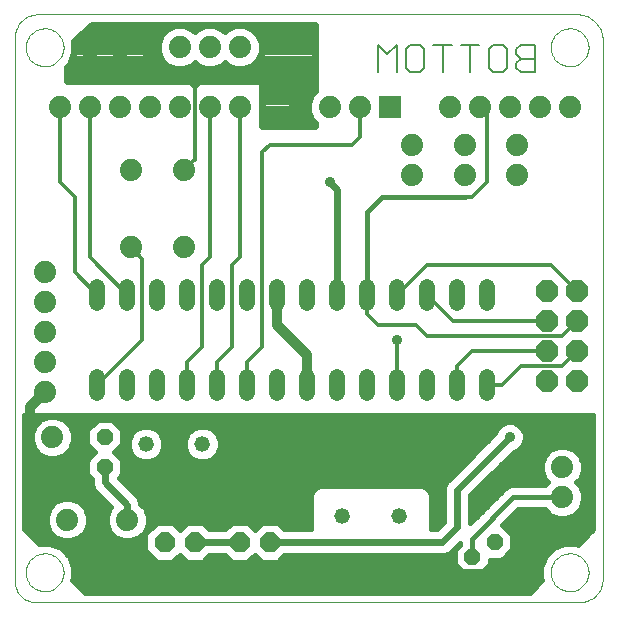
<source format=gbl>
G75*
%MOIN*%
%OFA0B0*%
%FSLAX24Y24*%
%IPPOS*%
%LPD*%
%AMOC8*
5,1,8,0,0,1.08239X$1,22.5*
%
%ADD10C,0.0000*%
%ADD11C,0.0080*%
%ADD12C,0.0520*%
%ADD13C,0.0740*%
%ADD14OC8,0.0520*%
%ADD15C,0.0520*%
%ADD16OC8,0.0740*%
%ADD17R,0.0740X0.0740*%
%ADD18OC8,0.0660*%
%ADD19C,0.0320*%
%ADD20C,0.0240*%
%ADD21C,0.0356*%
%ADD22C,0.0160*%
%ADD23C,0.0120*%
D10*
X000430Y000887D02*
X000430Y018999D01*
X000432Y019055D01*
X000438Y019110D01*
X000448Y019165D01*
X000462Y019219D01*
X000479Y019272D01*
X000501Y019323D01*
X000526Y019373D01*
X000554Y019421D01*
X000586Y019467D01*
X000621Y019510D01*
X000659Y019551D01*
X000700Y019589D01*
X000743Y019624D01*
X000789Y019656D01*
X000837Y019684D01*
X000887Y019709D01*
X000938Y019731D01*
X000991Y019748D01*
X001045Y019762D01*
X001100Y019772D01*
X001155Y019778D01*
X001211Y019780D01*
X019181Y019780D01*
X019237Y019778D01*
X019292Y019773D01*
X019347Y019764D01*
X019401Y019751D01*
X019454Y019735D01*
X019506Y019715D01*
X019557Y019692D01*
X019606Y019666D01*
X019653Y019637D01*
X019698Y019605D01*
X019741Y019569D01*
X019781Y019531D01*
X019819Y019491D01*
X019855Y019448D01*
X019887Y019403D01*
X019916Y019356D01*
X019942Y019307D01*
X019965Y019256D01*
X019985Y019204D01*
X020001Y019151D01*
X020014Y019097D01*
X020023Y019042D01*
X020028Y018987D01*
X020030Y018931D01*
X020030Y000961D01*
X020028Y000905D01*
X020022Y000850D01*
X020012Y000795D01*
X019998Y000741D01*
X019981Y000688D01*
X019959Y000637D01*
X019934Y000587D01*
X019906Y000539D01*
X019874Y000493D01*
X019839Y000450D01*
X019801Y000409D01*
X019760Y000371D01*
X019717Y000336D01*
X019671Y000304D01*
X019623Y000276D01*
X019573Y000251D01*
X019522Y000229D01*
X019469Y000212D01*
X019415Y000198D01*
X019360Y000188D01*
X019305Y000182D01*
X019249Y000180D01*
X001137Y000180D01*
X001087Y000182D01*
X001036Y000187D01*
X000987Y000196D01*
X000938Y000209D01*
X000890Y000225D01*
X000843Y000244D01*
X000798Y000266D01*
X000755Y000292D01*
X000713Y000321D01*
X000674Y000353D01*
X000637Y000387D01*
X000603Y000424D01*
X000571Y000463D01*
X000542Y000505D01*
X000516Y000548D01*
X000494Y000593D01*
X000475Y000640D01*
X000459Y000688D01*
X000446Y000737D01*
X000437Y000786D01*
X000432Y000837D01*
X000430Y000887D01*
X000800Y001180D02*
X000802Y001230D01*
X000808Y001280D01*
X000818Y001329D01*
X000832Y001377D01*
X000849Y001424D01*
X000870Y001469D01*
X000895Y001513D01*
X000923Y001554D01*
X000955Y001593D01*
X000989Y001630D01*
X001026Y001664D01*
X001066Y001694D01*
X001108Y001721D01*
X001152Y001745D01*
X001198Y001766D01*
X001245Y001782D01*
X001293Y001795D01*
X001343Y001804D01*
X001392Y001809D01*
X001443Y001810D01*
X001493Y001807D01*
X001542Y001800D01*
X001591Y001789D01*
X001639Y001774D01*
X001685Y001756D01*
X001730Y001734D01*
X001773Y001708D01*
X001814Y001679D01*
X001853Y001647D01*
X001889Y001612D01*
X001921Y001574D01*
X001951Y001534D01*
X001978Y001491D01*
X002001Y001447D01*
X002020Y001401D01*
X002036Y001353D01*
X002048Y001304D01*
X002056Y001255D01*
X002060Y001205D01*
X002060Y001155D01*
X002056Y001105D01*
X002048Y001056D01*
X002036Y001007D01*
X002020Y000959D01*
X002001Y000913D01*
X001978Y000869D01*
X001951Y000826D01*
X001921Y000786D01*
X001889Y000748D01*
X001853Y000713D01*
X001814Y000681D01*
X001773Y000652D01*
X001730Y000626D01*
X001685Y000604D01*
X001639Y000586D01*
X001591Y000571D01*
X001542Y000560D01*
X001493Y000553D01*
X001443Y000550D01*
X001392Y000551D01*
X001343Y000556D01*
X001293Y000565D01*
X001245Y000578D01*
X001198Y000594D01*
X001152Y000615D01*
X001108Y000639D01*
X001066Y000666D01*
X001026Y000696D01*
X000989Y000730D01*
X000955Y000767D01*
X000923Y000806D01*
X000895Y000847D01*
X000870Y000891D01*
X000849Y000936D01*
X000832Y000983D01*
X000818Y001031D01*
X000808Y001080D01*
X000802Y001130D01*
X000800Y001180D01*
X000800Y018680D02*
X000802Y018730D01*
X000808Y018780D01*
X000818Y018829D01*
X000832Y018877D01*
X000849Y018924D01*
X000870Y018969D01*
X000895Y019013D01*
X000923Y019054D01*
X000955Y019093D01*
X000989Y019130D01*
X001026Y019164D01*
X001066Y019194D01*
X001108Y019221D01*
X001152Y019245D01*
X001198Y019266D01*
X001245Y019282D01*
X001293Y019295D01*
X001343Y019304D01*
X001392Y019309D01*
X001443Y019310D01*
X001493Y019307D01*
X001542Y019300D01*
X001591Y019289D01*
X001639Y019274D01*
X001685Y019256D01*
X001730Y019234D01*
X001773Y019208D01*
X001814Y019179D01*
X001853Y019147D01*
X001889Y019112D01*
X001921Y019074D01*
X001951Y019034D01*
X001978Y018991D01*
X002001Y018947D01*
X002020Y018901D01*
X002036Y018853D01*
X002048Y018804D01*
X002056Y018755D01*
X002060Y018705D01*
X002060Y018655D01*
X002056Y018605D01*
X002048Y018556D01*
X002036Y018507D01*
X002020Y018459D01*
X002001Y018413D01*
X001978Y018369D01*
X001951Y018326D01*
X001921Y018286D01*
X001889Y018248D01*
X001853Y018213D01*
X001814Y018181D01*
X001773Y018152D01*
X001730Y018126D01*
X001685Y018104D01*
X001639Y018086D01*
X001591Y018071D01*
X001542Y018060D01*
X001493Y018053D01*
X001443Y018050D01*
X001392Y018051D01*
X001343Y018056D01*
X001293Y018065D01*
X001245Y018078D01*
X001198Y018094D01*
X001152Y018115D01*
X001108Y018139D01*
X001066Y018166D01*
X001026Y018196D01*
X000989Y018230D01*
X000955Y018267D01*
X000923Y018306D01*
X000895Y018347D01*
X000870Y018391D01*
X000849Y018436D01*
X000832Y018483D01*
X000818Y018531D01*
X000808Y018580D01*
X000802Y018630D01*
X000800Y018680D01*
X018300Y018680D02*
X018302Y018730D01*
X018308Y018780D01*
X018318Y018829D01*
X018332Y018877D01*
X018349Y018924D01*
X018370Y018969D01*
X018395Y019013D01*
X018423Y019054D01*
X018455Y019093D01*
X018489Y019130D01*
X018526Y019164D01*
X018566Y019194D01*
X018608Y019221D01*
X018652Y019245D01*
X018698Y019266D01*
X018745Y019282D01*
X018793Y019295D01*
X018843Y019304D01*
X018892Y019309D01*
X018943Y019310D01*
X018993Y019307D01*
X019042Y019300D01*
X019091Y019289D01*
X019139Y019274D01*
X019185Y019256D01*
X019230Y019234D01*
X019273Y019208D01*
X019314Y019179D01*
X019353Y019147D01*
X019389Y019112D01*
X019421Y019074D01*
X019451Y019034D01*
X019478Y018991D01*
X019501Y018947D01*
X019520Y018901D01*
X019536Y018853D01*
X019548Y018804D01*
X019556Y018755D01*
X019560Y018705D01*
X019560Y018655D01*
X019556Y018605D01*
X019548Y018556D01*
X019536Y018507D01*
X019520Y018459D01*
X019501Y018413D01*
X019478Y018369D01*
X019451Y018326D01*
X019421Y018286D01*
X019389Y018248D01*
X019353Y018213D01*
X019314Y018181D01*
X019273Y018152D01*
X019230Y018126D01*
X019185Y018104D01*
X019139Y018086D01*
X019091Y018071D01*
X019042Y018060D01*
X018993Y018053D01*
X018943Y018050D01*
X018892Y018051D01*
X018843Y018056D01*
X018793Y018065D01*
X018745Y018078D01*
X018698Y018094D01*
X018652Y018115D01*
X018608Y018139D01*
X018566Y018166D01*
X018526Y018196D01*
X018489Y018230D01*
X018455Y018267D01*
X018423Y018306D01*
X018395Y018347D01*
X018370Y018391D01*
X018349Y018436D01*
X018332Y018483D01*
X018318Y018531D01*
X018308Y018580D01*
X018302Y018630D01*
X018300Y018680D01*
X018300Y001180D02*
X018302Y001230D01*
X018308Y001280D01*
X018318Y001329D01*
X018332Y001377D01*
X018349Y001424D01*
X018370Y001469D01*
X018395Y001513D01*
X018423Y001554D01*
X018455Y001593D01*
X018489Y001630D01*
X018526Y001664D01*
X018566Y001694D01*
X018608Y001721D01*
X018652Y001745D01*
X018698Y001766D01*
X018745Y001782D01*
X018793Y001795D01*
X018843Y001804D01*
X018892Y001809D01*
X018943Y001810D01*
X018993Y001807D01*
X019042Y001800D01*
X019091Y001789D01*
X019139Y001774D01*
X019185Y001756D01*
X019230Y001734D01*
X019273Y001708D01*
X019314Y001679D01*
X019353Y001647D01*
X019389Y001612D01*
X019421Y001574D01*
X019451Y001534D01*
X019478Y001491D01*
X019501Y001447D01*
X019520Y001401D01*
X019536Y001353D01*
X019548Y001304D01*
X019556Y001255D01*
X019560Y001205D01*
X019560Y001155D01*
X019556Y001105D01*
X019548Y001056D01*
X019536Y001007D01*
X019520Y000959D01*
X019501Y000913D01*
X019478Y000869D01*
X019451Y000826D01*
X019421Y000786D01*
X019389Y000748D01*
X019353Y000713D01*
X019314Y000681D01*
X019273Y000652D01*
X019230Y000626D01*
X019185Y000604D01*
X019139Y000586D01*
X019091Y000571D01*
X019042Y000560D01*
X018993Y000553D01*
X018943Y000550D01*
X018892Y000551D01*
X018843Y000556D01*
X018793Y000565D01*
X018745Y000578D01*
X018698Y000594D01*
X018652Y000615D01*
X018608Y000639D01*
X018566Y000666D01*
X018526Y000696D01*
X018489Y000730D01*
X018455Y000767D01*
X018423Y000806D01*
X018395Y000847D01*
X018370Y000891D01*
X018349Y000936D01*
X018332Y000983D01*
X018318Y001031D01*
X018308Y001080D01*
X018302Y001130D01*
X018300Y001180D01*
D11*
X017765Y017845D02*
X017305Y017845D01*
X017151Y017998D01*
X017151Y018152D01*
X017305Y018305D01*
X017765Y018305D01*
X017765Y017845D02*
X017765Y018766D01*
X017305Y018766D01*
X017151Y018612D01*
X017151Y018459D01*
X017305Y018305D01*
X016844Y018612D02*
X016844Y017998D01*
X016691Y017845D01*
X016384Y017845D01*
X016230Y017998D01*
X016230Y018612D01*
X016384Y018766D01*
X016691Y018766D01*
X016844Y018612D01*
X015923Y018766D02*
X015310Y018766D01*
X015003Y018766D02*
X014389Y018766D01*
X014696Y018766D02*
X014696Y017845D01*
X014082Y017998D02*
X013928Y017845D01*
X013621Y017845D01*
X013468Y017998D01*
X013468Y018612D01*
X013621Y018766D01*
X013928Y018766D01*
X014082Y018612D01*
X014082Y017998D01*
X013161Y017845D02*
X013161Y018766D01*
X012854Y018459D01*
X012547Y018766D01*
X012547Y017845D01*
X015616Y017845D02*
X015616Y018766D01*
D12*
X015180Y010690D02*
X015180Y010170D01*
X014180Y010170D02*
X014180Y010690D01*
X013180Y010690D02*
X013180Y010170D01*
X012180Y010170D02*
X012180Y010690D01*
X011180Y010690D02*
X011180Y010170D01*
X010180Y010170D02*
X010180Y010690D01*
X009180Y010690D02*
X009180Y010170D01*
X008180Y010170D02*
X008180Y010690D01*
X007180Y010690D02*
X007180Y010170D01*
X006180Y010170D02*
X006180Y010690D01*
X005180Y010690D02*
X005180Y010170D01*
X004180Y010170D02*
X004180Y010690D01*
X003180Y010690D02*
X003180Y010170D01*
X003180Y007690D02*
X003180Y007170D01*
X004180Y007170D02*
X004180Y007690D01*
X005180Y007690D02*
X005180Y007170D01*
X006180Y007170D02*
X006180Y007690D01*
X007180Y007690D02*
X007180Y007170D01*
X008180Y007170D02*
X008180Y007690D01*
X009180Y007690D02*
X009180Y007170D01*
X010180Y007170D02*
X010180Y007690D01*
X011180Y007690D02*
X011180Y007170D01*
X012180Y007170D02*
X012180Y007690D01*
X013180Y007690D02*
X013180Y007170D01*
X014180Y007170D02*
X014180Y007690D01*
X015180Y007690D02*
X015180Y007170D01*
X016180Y007170D02*
X016180Y007690D01*
X016180Y010170D02*
X016180Y010690D01*
D13*
X015430Y014430D03*
X015430Y015430D03*
X014930Y016680D03*
X015930Y016680D03*
X016930Y016680D03*
X017930Y016680D03*
X018930Y016680D03*
X017180Y015430D03*
X017180Y014430D03*
X013680Y014430D03*
X013680Y015430D03*
X011930Y016680D03*
X010930Y016680D03*
X009930Y016680D03*
X007930Y016680D03*
X006930Y016680D03*
X005930Y016680D03*
X004930Y016680D03*
X003930Y016680D03*
X002930Y016680D03*
X001930Y016680D03*
X002930Y018680D03*
X003930Y018680D03*
X004930Y018680D03*
X005930Y018680D03*
X006930Y018680D03*
X007930Y018680D03*
X006070Y014585D03*
X004290Y014585D03*
X004290Y012025D03*
X006070Y012025D03*
X001430Y011180D03*
X001430Y010180D03*
X001430Y009180D03*
X001430Y008180D03*
X001430Y007180D03*
X001680Y005680D03*
X002180Y002930D03*
X003180Y002930D03*
X004180Y002930D03*
X018680Y002680D03*
X018680Y003680D03*
X018680Y004680D03*
D14*
X016430Y002180D03*
X015680Y001680D03*
X016430Y001180D03*
X006680Y004655D03*
X004805Y004655D03*
X003430Y004680D03*
X003430Y005680D03*
D15*
X004805Y005455D03*
X006680Y005455D03*
X011355Y003055D03*
X013255Y003055D03*
D16*
X018180Y007555D03*
X018180Y008555D03*
X018180Y009555D03*
X018180Y010555D03*
X019180Y010555D03*
X019180Y009555D03*
X019180Y008555D03*
X019180Y007555D03*
D17*
X012930Y016680D03*
X001680Y004680D03*
D18*
X005430Y002180D03*
X005930Y001430D03*
X006430Y002180D03*
X007930Y002180D03*
X008430Y001430D03*
X008930Y002180D03*
D19*
X010180Y007430D02*
X010180Y008430D01*
X009180Y009430D01*
X009180Y010430D01*
X003180Y003180D02*
X001680Y004680D01*
X001430Y004680D01*
X000930Y005180D01*
X000930Y006680D01*
X001430Y007180D01*
D20*
X003430Y004680D02*
X003430Y004180D01*
X004180Y003430D01*
X004180Y002930D01*
X003180Y002930D02*
X003180Y001930D01*
X003680Y001430D01*
X005930Y001430D01*
X008430Y001430D01*
X008680Y001180D01*
X009930Y001180D01*
X016430Y001180D01*
X017180Y001180D01*
X018680Y002680D01*
X016930Y005680D02*
X015180Y003930D01*
X015180Y002680D01*
X014680Y002180D01*
X008930Y002180D01*
X007930Y002180D02*
X006430Y002180D01*
X011180Y010430D02*
X011180Y013930D01*
X010930Y014180D01*
X010430Y016055D02*
X010430Y016148D01*
X010311Y016266D01*
X010200Y016535D01*
X010200Y016825D01*
X010311Y017094D01*
X010430Y017212D01*
X010430Y019420D01*
X002995Y019420D01*
X002420Y018875D01*
X002420Y018483D01*
X002269Y018119D01*
X002180Y018030D01*
X002180Y017555D01*
X008680Y017555D01*
X008680Y016055D01*
X010430Y016055D01*
X010418Y016160D02*
X008680Y016160D01*
X008680Y016398D02*
X010257Y016398D01*
X010200Y016637D02*
X008680Y016637D01*
X008680Y016875D02*
X010221Y016875D01*
X010331Y017114D02*
X008680Y017114D01*
X008680Y017352D02*
X010430Y017352D01*
X010430Y017591D02*
X002180Y017591D01*
X002180Y017829D02*
X010430Y017829D01*
X010430Y018068D02*
X008350Y018068D01*
X008344Y018061D02*
X008549Y018266D01*
X008660Y018535D01*
X008660Y018825D01*
X008549Y019094D01*
X008344Y019299D01*
X008075Y019410D01*
X007785Y019410D01*
X007516Y019299D01*
X007430Y019212D01*
X007344Y019299D01*
X007075Y019410D01*
X006785Y019410D01*
X006516Y019299D01*
X006430Y019212D01*
X006344Y019299D01*
X006075Y019410D01*
X005785Y019410D01*
X005516Y019299D01*
X005311Y019094D01*
X005200Y018825D01*
X005200Y018535D01*
X005311Y018266D01*
X005516Y018061D01*
X005785Y017950D01*
X006075Y017950D01*
X006344Y018061D01*
X006430Y018148D01*
X006516Y018061D01*
X006785Y017950D01*
X007075Y017950D01*
X007344Y018061D01*
X007430Y018148D01*
X007516Y018061D01*
X007785Y017950D01*
X008075Y017950D01*
X008344Y018061D01*
X008565Y018306D02*
X010430Y018306D01*
X010430Y018545D02*
X008660Y018545D01*
X008660Y018783D02*
X010430Y018783D01*
X010430Y019022D02*
X008579Y019022D01*
X008382Y019260D02*
X010430Y019260D01*
X009805Y017805D02*
X009930Y017680D01*
X009930Y016680D01*
X009805Y017805D02*
X006805Y017805D01*
X006430Y017430D01*
X006055Y017805D01*
X005305Y017805D01*
X004930Y018180D01*
X004930Y018680D01*
X003930Y018680D01*
X002930Y018680D01*
X002574Y019022D02*
X005281Y019022D01*
X005200Y018783D02*
X002420Y018783D01*
X002420Y018545D02*
X005200Y018545D01*
X005295Y018306D02*
X002347Y018306D01*
X002217Y018068D02*
X005510Y018068D01*
X006350Y018068D02*
X006510Y018068D01*
X007350Y018068D02*
X007510Y018068D01*
X007478Y019260D02*
X007382Y019260D01*
X006478Y019260D02*
X006382Y019260D01*
X005478Y019260D02*
X002826Y019260D01*
D21*
X010930Y014180D03*
X013180Y008930D03*
X016930Y005680D03*
X009930Y001180D03*
D22*
X009409Y001740D02*
X014768Y001740D01*
X014929Y001807D01*
X015053Y001931D01*
X015280Y002158D01*
X015280Y002100D01*
X015100Y001920D01*
X015100Y001440D01*
X015440Y001100D01*
X015920Y001100D01*
X016260Y001440D01*
X016260Y001600D01*
X016670Y001600D01*
X017010Y001940D01*
X017010Y002420D01*
X016685Y002745D01*
X017221Y003280D01*
X018104Y003280D01*
X018289Y003095D01*
X018543Y002990D01*
X018817Y002990D01*
X019071Y003095D01*
X019265Y003289D01*
X019370Y003543D01*
X019370Y003817D01*
X019265Y004071D01*
X019156Y004180D01*
X019265Y004289D01*
X019370Y004543D01*
X019370Y004817D01*
X019265Y005071D01*
X019071Y005265D01*
X018817Y005370D01*
X018543Y005370D01*
X018289Y005265D01*
X018095Y005071D01*
X017990Y004817D01*
X017990Y004543D01*
X018095Y004289D01*
X018204Y004180D01*
X018104Y004080D01*
X016975Y004080D01*
X016828Y004019D01*
X016716Y003907D01*
X015620Y002811D01*
X015620Y003748D01*
X017072Y005200D01*
X017212Y005258D01*
X017352Y005398D01*
X017428Y005581D01*
X017428Y005779D01*
X017352Y005962D01*
X017212Y006102D01*
X017029Y006178D01*
X016831Y006178D01*
X016648Y006102D01*
X016508Y005962D01*
X016450Y005822D01*
X014931Y004303D01*
X014807Y004179D01*
X014740Y004018D01*
X014740Y002862D01*
X014498Y002620D01*
X014300Y002620D01*
X014300Y003754D01*
X014244Y003890D01*
X014140Y003994D01*
X014004Y004050D01*
X010606Y004050D01*
X010470Y003994D01*
X010366Y003890D01*
X010310Y003754D01*
X010310Y002620D01*
X009409Y002620D01*
X009199Y002830D01*
X008661Y002830D01*
X008430Y002599D01*
X008199Y002830D01*
X007661Y002830D01*
X007451Y002620D01*
X006909Y002620D01*
X006699Y002830D01*
X006161Y002830D01*
X005930Y002599D01*
X005699Y002830D01*
X005161Y002830D01*
X004780Y002449D01*
X004780Y001911D01*
X005161Y001530D01*
X005699Y001530D01*
X005930Y001761D01*
X006161Y001530D01*
X006699Y001530D01*
X006909Y001740D01*
X007451Y001740D01*
X007661Y001530D01*
X008199Y001530D01*
X008430Y001761D01*
X008661Y001530D01*
X009199Y001530D01*
X009409Y001740D01*
X009276Y001607D02*
X015100Y001607D01*
X015100Y001765D02*
X014828Y001765D01*
X015046Y001924D02*
X015103Y001924D01*
X015204Y002082D02*
X015262Y002082D01*
X015680Y002305D02*
X015680Y001680D01*
X016110Y001290D02*
X017980Y001290D01*
X017980Y001369D02*
X017980Y000991D01*
X018013Y000911D01*
X017602Y000500D01*
X002762Y000500D01*
X002354Y000930D01*
X002380Y000991D01*
X002380Y001369D01*
X002235Y001718D01*
X001968Y001985D01*
X001619Y002130D01*
X001241Y002130D01*
X001224Y002123D01*
X000750Y002623D01*
X000750Y006430D01*
X019710Y006430D01*
X019710Y002608D01*
X019199Y002097D01*
X019119Y002130D01*
X018741Y002130D01*
X018392Y001985D01*
X018125Y001718D01*
X017980Y001369D01*
X018013Y001448D02*
X016260Y001448D01*
X015951Y001131D02*
X017980Y001131D01*
X017988Y000973D02*
X002372Y000973D01*
X002380Y001131D02*
X015409Y001131D01*
X015250Y001290D02*
X002380Y001290D01*
X002347Y001448D02*
X015100Y001448D01*
X015680Y002305D02*
X017055Y003680D01*
X018680Y003680D01*
X019193Y004143D02*
X019710Y004143D01*
X019710Y004301D02*
X019270Y004301D01*
X019336Y004460D02*
X019710Y004460D01*
X019710Y004618D02*
X019370Y004618D01*
X019370Y004777D02*
X019710Y004777D01*
X019710Y004935D02*
X019321Y004935D01*
X019242Y005094D02*
X019710Y005094D01*
X019710Y005252D02*
X019084Y005252D01*
X019710Y005411D02*
X017358Y005411D01*
X017423Y005569D02*
X019710Y005569D01*
X019710Y005728D02*
X017428Y005728D01*
X017384Y005886D02*
X019710Y005886D01*
X019710Y006045D02*
X017270Y006045D01*
X016590Y006045D02*
X003886Y006045D01*
X004010Y005920D02*
X003670Y006260D01*
X003190Y006260D01*
X002850Y005920D01*
X002850Y005440D01*
X003110Y005180D01*
X002850Y004920D01*
X002850Y004440D01*
X002990Y004300D01*
X002990Y004092D01*
X003057Y003931D01*
X003631Y003357D01*
X003595Y003321D01*
X003490Y003067D01*
X003490Y002793D01*
X003595Y002539D01*
X003789Y002345D01*
X004043Y002240D01*
X004317Y002240D01*
X004571Y002345D01*
X004765Y002539D01*
X004870Y002793D01*
X004870Y003067D01*
X004765Y003321D01*
X004620Y003466D01*
X004620Y003518D01*
X004553Y003679D01*
X004429Y003803D01*
X003901Y004331D01*
X004010Y004440D01*
X004010Y004920D01*
X003750Y005180D01*
X004010Y005440D01*
X004010Y005920D01*
X004010Y005886D02*
X004416Y005886D01*
X004476Y005947D02*
X004313Y005784D01*
X004225Y005570D01*
X004225Y005340D01*
X004313Y005126D01*
X004476Y004963D01*
X004690Y004875D01*
X004920Y004875D01*
X005134Y004963D01*
X005297Y005126D01*
X005385Y005340D01*
X005385Y005570D01*
X005297Y005784D01*
X005134Y005947D01*
X004920Y006035D01*
X004690Y006035D01*
X004476Y005947D01*
X004290Y005728D02*
X004010Y005728D01*
X004010Y005569D02*
X004225Y005569D01*
X004225Y005411D02*
X003981Y005411D01*
X003822Y005252D02*
X004261Y005252D01*
X004346Y005094D02*
X003837Y005094D01*
X003995Y004935D02*
X004545Y004935D01*
X004805Y004655D02*
X006680Y004655D01*
X006565Y004875D02*
X006795Y004875D01*
X007009Y004963D01*
X007172Y005126D01*
X007260Y005340D01*
X007260Y005570D01*
X007172Y005784D01*
X007009Y005947D01*
X006795Y006035D01*
X006565Y006035D01*
X006351Y005947D01*
X006188Y005784D01*
X006100Y005570D01*
X006100Y005340D01*
X006188Y005126D01*
X006351Y004963D01*
X006565Y004875D01*
X006420Y004935D02*
X005065Y004935D01*
X005264Y005094D02*
X006221Y005094D01*
X006136Y005252D02*
X005349Y005252D01*
X005385Y005411D02*
X006100Y005411D01*
X006100Y005569D02*
X005385Y005569D01*
X005320Y005728D02*
X006165Y005728D01*
X006291Y005886D02*
X005194Y005886D01*
X004010Y004777D02*
X015404Y004777D01*
X015563Y004935D02*
X006940Y004935D01*
X007139Y005094D02*
X015721Y005094D01*
X015880Y005252D02*
X007224Y005252D01*
X007260Y005411D02*
X016038Y005411D01*
X016197Y005569D02*
X007260Y005569D01*
X007195Y005728D02*
X016355Y005728D01*
X016476Y005886D02*
X007069Y005886D01*
X004620Y003509D02*
X010310Y003509D01*
X010310Y003667D02*
X004558Y003667D01*
X004407Y003826D02*
X010340Y003826D01*
X010461Y003984D02*
X004248Y003984D01*
X004090Y004143D02*
X014792Y004143D01*
X014740Y003984D02*
X014149Y003984D01*
X014270Y003826D02*
X014740Y003826D01*
X014740Y003667D02*
X014300Y003667D01*
X014300Y003509D02*
X014740Y003509D01*
X014740Y003350D02*
X014300Y003350D01*
X014300Y003192D02*
X014740Y003192D01*
X014740Y003033D02*
X014300Y003033D01*
X014300Y002875D02*
X014740Y002875D01*
X014594Y002716D02*
X014300Y002716D01*
X015620Y002875D02*
X015684Y002875D01*
X015620Y003033D02*
X015842Y003033D01*
X016001Y003192D02*
X015620Y003192D01*
X015620Y003350D02*
X016159Y003350D01*
X016318Y003509D02*
X015620Y003509D01*
X015620Y003667D02*
X016476Y003667D01*
X016635Y003826D02*
X015698Y003826D01*
X015856Y003984D02*
X016793Y003984D01*
X016332Y004460D02*
X018024Y004460D01*
X017990Y004618D02*
X016490Y004618D01*
X016649Y004777D02*
X017990Y004777D01*
X018039Y004935D02*
X016807Y004935D01*
X016966Y005094D02*
X018118Y005094D01*
X018276Y005252D02*
X017198Y005252D01*
X018090Y004301D02*
X016173Y004301D01*
X016015Y004143D02*
X018167Y004143D01*
X018193Y003192D02*
X017132Y003192D01*
X016974Y003033D02*
X018439Y003033D01*
X018921Y003033D02*
X019710Y003033D01*
X019710Y002875D02*
X016815Y002875D01*
X016714Y002716D02*
X019710Y002716D01*
X019659Y002558D02*
X016873Y002558D01*
X017010Y002399D02*
X019501Y002399D01*
X019342Y002241D02*
X017010Y002241D01*
X017010Y002082D02*
X018625Y002082D01*
X018330Y001924D02*
X016994Y001924D01*
X016835Y001765D02*
X018172Y001765D01*
X018078Y001607D02*
X016677Y001607D01*
X017757Y000656D02*
X002614Y000656D01*
X002464Y000814D02*
X017916Y000814D01*
X019167Y003192D02*
X019710Y003192D01*
X019710Y003350D02*
X019290Y003350D01*
X019356Y003509D02*
X019710Y003509D01*
X019710Y003667D02*
X019370Y003667D01*
X019367Y003826D02*
X019710Y003826D01*
X019710Y003984D02*
X019301Y003984D01*
X019710Y006203D02*
X003727Y006203D01*
X003133Y006203D02*
X002133Y006203D01*
X002071Y006265D02*
X002265Y006071D01*
X002370Y005817D01*
X002370Y005543D01*
X002265Y005289D01*
X002071Y005095D01*
X001817Y004990D01*
X001543Y004990D01*
X001289Y005095D01*
X001095Y005289D01*
X000990Y005543D01*
X000990Y005817D01*
X001095Y006071D01*
X001289Y006265D01*
X001543Y006370D01*
X001817Y006370D01*
X002071Y006265D01*
X001838Y006362D02*
X019710Y006362D01*
X015246Y004618D02*
X004010Y004618D01*
X004010Y004460D02*
X015087Y004460D01*
X014929Y004301D02*
X003931Y004301D01*
X003321Y003667D02*
X000750Y003667D01*
X000750Y003509D02*
X001783Y003509D01*
X001789Y003515D02*
X001595Y003321D01*
X001490Y003067D01*
X001490Y002793D01*
X001595Y002539D01*
X001789Y002345D01*
X002043Y002240D01*
X002317Y002240D01*
X002571Y002345D01*
X002765Y002539D01*
X002870Y002793D01*
X002870Y003067D01*
X002765Y003321D01*
X002571Y003515D01*
X002317Y003620D01*
X002043Y003620D01*
X001789Y003515D01*
X001624Y003350D02*
X000750Y003350D01*
X000750Y003192D02*
X001541Y003192D01*
X001490Y003033D02*
X000750Y003033D01*
X000750Y002875D02*
X001490Y002875D01*
X001522Y002716D02*
X000750Y002716D01*
X000812Y002558D02*
X001587Y002558D01*
X001735Y002399D02*
X000962Y002399D01*
X001113Y002241D02*
X002042Y002241D01*
X001735Y002082D02*
X004780Y002082D01*
X004780Y001924D02*
X002030Y001924D01*
X002188Y001765D02*
X004926Y001765D01*
X005084Y001607D02*
X002282Y001607D01*
X002318Y002241D02*
X004042Y002241D01*
X004318Y002241D02*
X004780Y002241D01*
X004780Y002399D02*
X004625Y002399D01*
X004773Y002558D02*
X004888Y002558D01*
X004838Y002716D02*
X005047Y002716D01*
X004870Y002875D02*
X010310Y002875D01*
X010310Y003033D02*
X004870Y003033D01*
X004819Y003192D02*
X010310Y003192D01*
X010310Y003350D02*
X004736Y003350D01*
X003624Y003350D02*
X002736Y003350D01*
X002819Y003192D02*
X003541Y003192D01*
X003490Y003033D02*
X002870Y003033D01*
X002870Y002875D02*
X003490Y002875D01*
X003522Y002716D02*
X002838Y002716D01*
X002773Y002558D02*
X003587Y002558D01*
X003735Y002399D02*
X002625Y002399D01*
X003180Y002930D02*
X003180Y003180D01*
X003479Y003509D02*
X002577Y003509D01*
X003035Y003984D02*
X000750Y003984D01*
X000750Y003826D02*
X003162Y003826D01*
X002990Y004143D02*
X000750Y004143D01*
X000750Y004301D02*
X002989Y004301D01*
X002850Y004460D02*
X000750Y004460D01*
X000750Y004618D02*
X002850Y004618D01*
X002850Y004777D02*
X000750Y004777D01*
X000750Y004935D02*
X002865Y004935D01*
X003023Y005094D02*
X002067Y005094D01*
X002228Y005252D02*
X003038Y005252D01*
X002879Y005411D02*
X002315Y005411D01*
X002370Y005569D02*
X002850Y005569D01*
X002850Y005728D02*
X002370Y005728D01*
X002342Y005886D02*
X002850Y005886D01*
X002974Y006045D02*
X002276Y006045D01*
X001522Y006362D02*
X000750Y006362D01*
X000750Y006203D02*
X001227Y006203D01*
X001084Y006045D02*
X000750Y006045D01*
X000750Y005886D02*
X001018Y005886D01*
X000990Y005728D02*
X000750Y005728D01*
X000750Y005569D02*
X000990Y005569D01*
X001045Y005411D02*
X000750Y005411D01*
X000750Y005252D02*
X001132Y005252D01*
X001293Y005094D02*
X000750Y005094D01*
X005776Y001607D02*
X006084Y001607D01*
X006776Y001607D02*
X007584Y001607D01*
X008276Y001607D02*
X008584Y001607D01*
X008547Y002716D02*
X008313Y002716D01*
X007547Y002716D02*
X006813Y002716D01*
X006047Y002716D02*
X005813Y002716D01*
X009313Y002716D02*
X010310Y002716D01*
X012180Y010430D02*
X012180Y013180D01*
X012680Y013680D01*
X015430Y013680D01*
D23*
X015680Y013680D01*
X016180Y014180D01*
X016180Y016430D01*
X015930Y016680D01*
X011930Y016680D02*
X011930Y015680D01*
X011680Y015430D01*
X008930Y015430D01*
X008680Y015180D01*
X008680Y008680D01*
X008180Y008180D01*
X008180Y007430D01*
X007180Y007430D02*
X007180Y008180D01*
X007680Y008680D01*
X007680Y011430D01*
X007930Y011680D01*
X007930Y016680D01*
X006930Y016680D02*
X006930Y011680D01*
X006680Y011430D01*
X006680Y008680D01*
X006180Y008180D01*
X006180Y007430D01*
X004680Y008930D02*
X003180Y007430D01*
X004680Y008930D02*
X004680Y011635D01*
X004290Y012025D01*
X002930Y011680D02*
X002930Y016680D01*
X001930Y016680D02*
X001930Y014180D01*
X002430Y013680D01*
X002430Y011180D01*
X003180Y010430D01*
X004180Y010430D02*
X002930Y011680D01*
X006070Y014585D02*
X006415Y014930D01*
X006430Y014930D01*
X006430Y017430D01*
X012180Y010430D02*
X012180Y009805D01*
X012555Y009430D01*
X013805Y009430D01*
X014180Y009055D01*
X018680Y009055D01*
X019180Y009555D01*
X019180Y008555D02*
X018680Y008055D01*
X017305Y008055D01*
X016680Y007430D01*
X016180Y007430D01*
X015180Y007430D02*
X015180Y008055D01*
X015680Y008555D01*
X018180Y008555D01*
X018180Y009555D02*
X015055Y009555D01*
X014180Y010430D01*
X014180Y011430D02*
X018305Y011430D01*
X019180Y010555D01*
X014180Y011430D02*
X013180Y010430D01*
X013180Y008930D02*
X013180Y007430D01*
M02*

</source>
